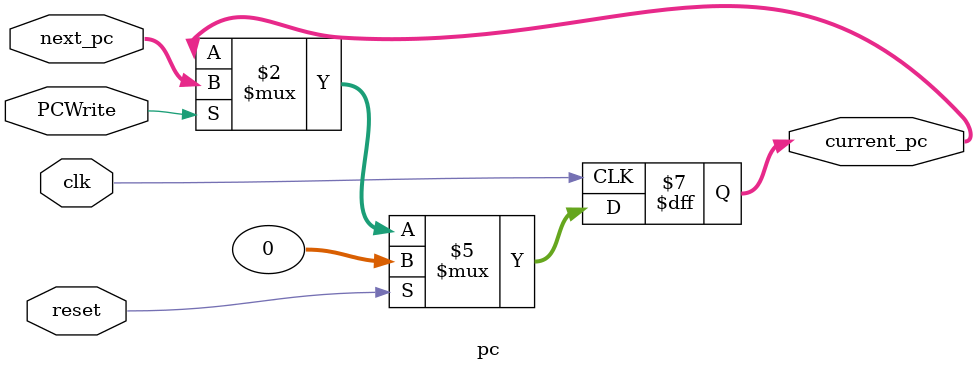
<source format=v>
module pc(input reset,
input clk,
input PCWrite,
input [31:0] next_pc,
output reg [31:0] current_pc);

    always @(posedge clk) begin
        if(reset) begin
            current_pc <= 0;
        end
        else begin
            if(PCWrite) begin
                current_pc <= next_pc;
            end
        end
  end
    
endmodule

</source>
